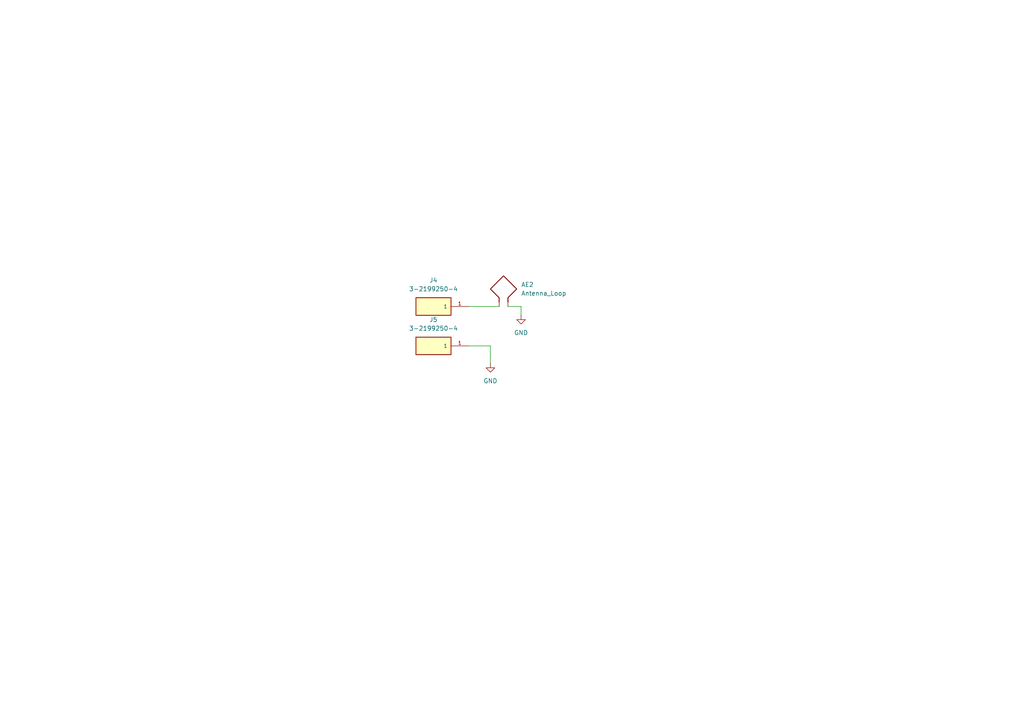
<source format=kicad_sch>
(kicad_sch (version 20250114) (generator "eeschema") (generator_version "9.0")
  (paper "A4")
  (title_block (title "SproutSyncProto-A-01") (date "2025-07-16") (rev "0.1") (company "SproutSync LTD") (comment 1 "ALL RIGHTS RESERVED") (comment 2 "Drawn By: Thomas Sweeney") (comment 3 "R&D Check:") (comment 4 "MFG Check:"))
  (lib_symbols
    (symbol "Device:Antenna_Loop" (pin_numbers (hide yes)) (pin_names (offset 1.016) (hide yes))
      (property "Reference" "AE" (at 1.27 6.35 0))
      (property "Value" "Antenna_Loop" (at 1.27 5.08 0))
      (symbol "Antenna_Loop_0_1"
        (polyline (pts (xy 2.54 -3.81) (xy 2.54 -2.54) (xy 5.08 0) (xy 1.27 3.81) (xy -2.54 0) (xy 0 -2.54) (xy 0 -3.81)) (stroke (width 0.254)))
      )
      (symbol "Antenna_Loop_1_1"
        (pin input line (at 0 -5.08 90) (length 2.54) (name "~") (number "1"))
        (pin input line (at 2.54 -5.08 90) (length 2.54) (name "~") (number "2"))
      )
    )
    (symbol "SproutSense:3-2199250-4" (pin_names (offset 1.016))
      (property "Reference" "J" (at -5.08 3.302 0))
      (property "Value" "3-2199250-4" (at -5.08 -5.08 0))
      (symbol "3-2199250-4_0_0"
        (rectangle (start -5.08 -2.54) (end 5.08 2.54) (stroke (width 0.254)) (fill (type background)))
        (pin passive line (at -10.16 0 0) (length 5.08) (name "1") (number "1"))
      )
    )
    (symbol "power:GND" (power) (pin_numbers (hide yes)) (pin_names (offset 0) (hide yes))
      (property "Value" "GND" (at 0 -3.81 0))
      (symbol "GND_0_1"
        (polyline (pts (xy 0 0) (xy 0 -1.27) (xy 1.27 -1.27) (xy 0 -2.54) (xy -1.27 -1.27) (xy 0 -1.27)))
      )
      (symbol "GND_1_1"
        (pin power_in line (at 0 0 270) (length 0) (name "~") (number "1"))
      )
    )
  )
  (wire (pts (xy 135.89 100.33) (xy 142.24 100.33)))
  (wire (pts (xy 151.13 91.44) (xy 151.13 88.9)))
  (wire (pts (xy 135.89 88.9) (xy 144.78 88.9)))
  (wire (pts (xy 147.32 88.9) (xy 151.13 88.9)))
  (wire (pts (xy 142.24 100.33) (xy 142.24 105.41)))
  (symbol (lib_id "power:GND") (at 151.13 91.44 0) (unit 1)
    (property "Reference" "#PWR0103" (effects (hide yes)))
    (property "Value" "GND" (at 151.13 96.52 0))
    (property "Description" "Power symbol creates a global label with name \"GND\" , ground" (effects (hide yes)))
  )
  (symbol (lib_id "power:GND") (at 142.24 105.41 0) (unit 1)
    (property "Reference" "#PWR0104" (effects (hide yes)))
    (property "Value" "GND" (at 142.24 110.49 0))
    (property "Description" "Power symbol creates a global label with name \"GND\" , ground" (effects (hide yes)))
  )
  (symbol (lib_id "Device:Antenna_Loop") (at 144.78 83.82 0) (unit 1)
    (property "Reference" "AE2" (at 151.13 82.5499 0) (effects (justify left)))
    (property "Value" "Antenna_Loop" (at 151.13 85.0899 0) (effects (justify left)))
    (property "Description" "Loop antenna" (effects (hide yes)))
  )
  (symbol (lib_id "SproutSense:3-2199250-4") (at 125.73 88.9 180) (unit 1)
    (property "Reference" "J4" (at 125.73 81.28 0))
    (property "Value" "3-2199250-4" (at 125.73 83.82 0))
    (property "Footprint" "SproutSenseFootprints:TE_3-2199250-4" (effects (hide yes)))
    (property "Datasheet" "https://www.te.com/commerce/DocumentDelivery/DDEController?Action=srchrtrv&DocNm=108-115061-1&DocType=SS&DocLang=EN" (effects (hide yes)))
    (property "Description" "RFI SHLD FINGER CU GOLD SOLDER" (effects (hide yes)))
    (property "PARTREV" "A1" (effects (hide yes)))
    (property "MANUFACTURER" "TE Connectivity" (effects (hide yes)))
    (property "MAXIMUM_PACKAGE_HEIGHT" "3.9 mm" (effects (hide yes)))
    (property "STANDARD" "Manufacturer Recommendations" (effects (hide yes)))
    (property "Distributor Prt #" "A120852CT-ND" (effects (hide yes)))
    (property "Manuf Prt #" "3-2199250-4" (effects (hide yes)))
  )
  (symbol (lib_id "SproutSense:3-2199250-4") (at 125.73 100.33 180) (unit 1)
    (property "Reference" "J5" (at 125.73 92.71 0))
    (property "Value" "3-2199250-4" (at 125.73 95.25 0))
    (property "Footprint" "SproutSenseFootprints:TE_3-2199250-4" (effects (hide yes)))
    (property "Datasheet" "https://www.te.com/commerce/DocumentDelivery/DDEController?Action=srchrtrv&DocNm=108-115061-1&DocType=SS&DocLang=EN" (effects (hide yes)))
    (property "Description" "RFI SHLD FINGER CU GOLD SOLDER" (effects (hide yes)))
    (property "PARTREV" "A1" (effects (hide yes)))
    (property "MANUFACTURER" "TE Connectivity" (effects (hide yes)))
    (property "MAXIMUM_PACKAGE_HEIGHT" "3.9 mm" (effects (hide yes)))
    (property "STANDARD" "Manufacturer Recommendations" (effects (hide yes)))
    (property "Distributor Prt #" "A120852CT-ND" (effects (hide yes)))
    (property "Manuf Prt #" "3-2199250-4" (effects (hide yes)))
  )
)
</source>
